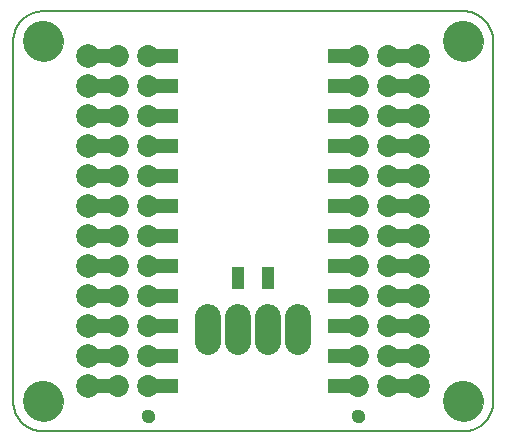
<source format=gbs>
G75*
%MOIN*%
%OFA0B0*%
%FSLAX25Y25*%
%IPPOS*%
%LPD*%
%AMOC8*
5,1,8,0,0,1.08239X$1,22.5*
%
%ADD10C,0.00800*%
%ADD11R,0.04400X0.07400*%
%ADD12C,0.08668*%
%ADD13C,0.07900*%
%ADD14C,0.00000*%
%ADD15C,0.13400*%
%ADD16C,0.04400*%
%ADD17C,0.07300*%
%ADD18R,0.08000X0.04700*%
D10*
X0010000Y0000000D02*
X0150000Y0000000D01*
X0150242Y0000003D01*
X0150483Y0000012D01*
X0150724Y0000026D01*
X0150965Y0000047D01*
X0151205Y0000073D01*
X0151445Y0000105D01*
X0151684Y0000143D01*
X0151921Y0000186D01*
X0152158Y0000236D01*
X0152393Y0000291D01*
X0152627Y0000351D01*
X0152859Y0000418D01*
X0153090Y0000489D01*
X0153319Y0000567D01*
X0153546Y0000650D01*
X0153771Y0000738D01*
X0153994Y0000832D01*
X0154214Y0000931D01*
X0154432Y0001036D01*
X0154647Y0001145D01*
X0154860Y0001260D01*
X0155070Y0001380D01*
X0155276Y0001505D01*
X0155480Y0001635D01*
X0155681Y0001770D01*
X0155878Y0001910D01*
X0156072Y0002054D01*
X0156262Y0002203D01*
X0156448Y0002357D01*
X0156631Y0002515D01*
X0156810Y0002677D01*
X0156985Y0002844D01*
X0157156Y0003015D01*
X0157323Y0003190D01*
X0157485Y0003369D01*
X0157643Y0003552D01*
X0157797Y0003738D01*
X0157946Y0003928D01*
X0158090Y0004122D01*
X0158230Y0004319D01*
X0158365Y0004520D01*
X0158495Y0004724D01*
X0158620Y0004930D01*
X0158740Y0005140D01*
X0158855Y0005353D01*
X0158964Y0005568D01*
X0159069Y0005786D01*
X0159168Y0006006D01*
X0159262Y0006229D01*
X0159350Y0006454D01*
X0159433Y0006681D01*
X0159511Y0006910D01*
X0159582Y0007141D01*
X0159649Y0007373D01*
X0159709Y0007607D01*
X0159764Y0007842D01*
X0159814Y0008079D01*
X0159857Y0008316D01*
X0159895Y0008555D01*
X0159927Y0008795D01*
X0159953Y0009035D01*
X0159974Y0009276D01*
X0159988Y0009517D01*
X0159997Y0009758D01*
X0160000Y0010000D01*
X0160000Y0130000D01*
X0159997Y0130242D01*
X0159988Y0130483D01*
X0159974Y0130724D01*
X0159953Y0130965D01*
X0159927Y0131205D01*
X0159895Y0131445D01*
X0159857Y0131684D01*
X0159814Y0131921D01*
X0159764Y0132158D01*
X0159709Y0132393D01*
X0159649Y0132627D01*
X0159582Y0132859D01*
X0159511Y0133090D01*
X0159433Y0133319D01*
X0159350Y0133546D01*
X0159262Y0133771D01*
X0159168Y0133994D01*
X0159069Y0134214D01*
X0158964Y0134432D01*
X0158855Y0134647D01*
X0158740Y0134860D01*
X0158620Y0135070D01*
X0158495Y0135276D01*
X0158365Y0135480D01*
X0158230Y0135681D01*
X0158090Y0135878D01*
X0157946Y0136072D01*
X0157797Y0136262D01*
X0157643Y0136448D01*
X0157485Y0136631D01*
X0157323Y0136810D01*
X0157156Y0136985D01*
X0156985Y0137156D01*
X0156810Y0137323D01*
X0156631Y0137485D01*
X0156448Y0137643D01*
X0156262Y0137797D01*
X0156072Y0137946D01*
X0155878Y0138090D01*
X0155681Y0138230D01*
X0155480Y0138365D01*
X0155276Y0138495D01*
X0155070Y0138620D01*
X0154860Y0138740D01*
X0154647Y0138855D01*
X0154432Y0138964D01*
X0154214Y0139069D01*
X0153994Y0139168D01*
X0153771Y0139262D01*
X0153546Y0139350D01*
X0153319Y0139433D01*
X0153090Y0139511D01*
X0152859Y0139582D01*
X0152627Y0139649D01*
X0152393Y0139709D01*
X0152158Y0139764D01*
X0151921Y0139814D01*
X0151684Y0139857D01*
X0151445Y0139895D01*
X0151205Y0139927D01*
X0150965Y0139953D01*
X0150724Y0139974D01*
X0150483Y0139988D01*
X0150242Y0139997D01*
X0150000Y0140000D01*
X0010000Y0140000D01*
X0009758Y0139997D01*
X0009517Y0139988D01*
X0009276Y0139974D01*
X0009035Y0139953D01*
X0008795Y0139927D01*
X0008555Y0139895D01*
X0008316Y0139857D01*
X0008079Y0139814D01*
X0007842Y0139764D01*
X0007607Y0139709D01*
X0007373Y0139649D01*
X0007141Y0139582D01*
X0006910Y0139511D01*
X0006681Y0139433D01*
X0006454Y0139350D01*
X0006229Y0139262D01*
X0006006Y0139168D01*
X0005786Y0139069D01*
X0005568Y0138964D01*
X0005353Y0138855D01*
X0005140Y0138740D01*
X0004930Y0138620D01*
X0004724Y0138495D01*
X0004520Y0138365D01*
X0004319Y0138230D01*
X0004122Y0138090D01*
X0003928Y0137946D01*
X0003738Y0137797D01*
X0003552Y0137643D01*
X0003369Y0137485D01*
X0003190Y0137323D01*
X0003015Y0137156D01*
X0002844Y0136985D01*
X0002677Y0136810D01*
X0002515Y0136631D01*
X0002357Y0136448D01*
X0002203Y0136262D01*
X0002054Y0136072D01*
X0001910Y0135878D01*
X0001770Y0135681D01*
X0001635Y0135480D01*
X0001505Y0135276D01*
X0001380Y0135070D01*
X0001260Y0134860D01*
X0001145Y0134647D01*
X0001036Y0134432D01*
X0000931Y0134214D01*
X0000832Y0133994D01*
X0000738Y0133771D01*
X0000650Y0133546D01*
X0000567Y0133319D01*
X0000489Y0133090D01*
X0000418Y0132859D01*
X0000351Y0132627D01*
X0000291Y0132393D01*
X0000236Y0132158D01*
X0000186Y0131921D01*
X0000143Y0131684D01*
X0000105Y0131445D01*
X0000073Y0131205D01*
X0000047Y0130965D01*
X0000026Y0130724D01*
X0000012Y0130483D01*
X0000003Y0130242D01*
X0000000Y0130000D01*
X0000000Y0010000D01*
X0000003Y0009758D01*
X0000012Y0009517D01*
X0000026Y0009276D01*
X0000047Y0009035D01*
X0000073Y0008795D01*
X0000105Y0008555D01*
X0000143Y0008316D01*
X0000186Y0008079D01*
X0000236Y0007842D01*
X0000291Y0007607D01*
X0000351Y0007373D01*
X0000418Y0007141D01*
X0000489Y0006910D01*
X0000567Y0006681D01*
X0000650Y0006454D01*
X0000738Y0006229D01*
X0000832Y0006006D01*
X0000931Y0005786D01*
X0001036Y0005568D01*
X0001145Y0005353D01*
X0001260Y0005140D01*
X0001380Y0004930D01*
X0001505Y0004724D01*
X0001635Y0004520D01*
X0001770Y0004319D01*
X0001910Y0004122D01*
X0002054Y0003928D01*
X0002203Y0003738D01*
X0002357Y0003552D01*
X0002515Y0003369D01*
X0002677Y0003190D01*
X0002844Y0003015D01*
X0003015Y0002844D01*
X0003190Y0002677D01*
X0003369Y0002515D01*
X0003552Y0002357D01*
X0003738Y0002203D01*
X0003928Y0002054D01*
X0004122Y0001910D01*
X0004319Y0001770D01*
X0004520Y0001635D01*
X0004724Y0001505D01*
X0004930Y0001380D01*
X0005140Y0001260D01*
X0005353Y0001145D01*
X0005568Y0001036D01*
X0005786Y0000931D01*
X0006006Y0000832D01*
X0006229Y0000738D01*
X0006454Y0000650D01*
X0006681Y0000567D01*
X0006910Y0000489D01*
X0007141Y0000418D01*
X0007373Y0000351D01*
X0007607Y0000291D01*
X0007842Y0000236D01*
X0008079Y0000186D01*
X0008316Y0000143D01*
X0008555Y0000105D01*
X0008795Y0000073D01*
X0009035Y0000047D01*
X0009276Y0000026D01*
X0009517Y0000012D01*
X0009758Y0000003D01*
X0010000Y0000000D01*
D11*
X0075000Y0051000D03*
X0085000Y0051000D03*
D12*
X0085000Y0038134D02*
X0085000Y0029866D01*
X0075000Y0029866D02*
X0075000Y0038134D01*
X0065000Y0038134D02*
X0065000Y0029866D01*
X0095000Y0029866D02*
X0095000Y0038134D01*
D13*
X0135000Y0035000D03*
X0135000Y0025000D03*
X0135000Y0015000D03*
X0135000Y0045000D03*
X0135000Y0055000D03*
X0135000Y0065000D03*
X0135000Y0075000D03*
X0135000Y0085000D03*
X0135000Y0095000D03*
X0135000Y0105000D03*
X0135000Y0115000D03*
X0135000Y0125000D03*
X0025000Y0125000D03*
X0025000Y0115000D03*
X0025000Y0105000D03*
X0025000Y0095000D03*
X0025000Y0085000D03*
X0025000Y0075000D03*
X0025000Y0065000D03*
X0025000Y0055000D03*
X0025000Y0045000D03*
X0025000Y0035000D03*
X0025000Y0025000D03*
X0025000Y0015000D03*
D14*
X0003500Y0010000D02*
X0003502Y0010161D01*
X0003508Y0010321D01*
X0003518Y0010482D01*
X0003532Y0010642D01*
X0003550Y0010802D01*
X0003571Y0010961D01*
X0003597Y0011120D01*
X0003627Y0011278D01*
X0003660Y0011435D01*
X0003698Y0011592D01*
X0003739Y0011747D01*
X0003784Y0011901D01*
X0003833Y0012054D01*
X0003886Y0012206D01*
X0003942Y0012357D01*
X0004003Y0012506D01*
X0004066Y0012654D01*
X0004134Y0012800D01*
X0004205Y0012944D01*
X0004279Y0013086D01*
X0004357Y0013227D01*
X0004439Y0013365D01*
X0004524Y0013502D01*
X0004612Y0013636D01*
X0004704Y0013768D01*
X0004799Y0013898D01*
X0004897Y0014026D01*
X0004998Y0014151D01*
X0005102Y0014273D01*
X0005209Y0014393D01*
X0005319Y0014510D01*
X0005432Y0014625D01*
X0005548Y0014736D01*
X0005667Y0014845D01*
X0005788Y0014950D01*
X0005912Y0015053D01*
X0006038Y0015153D01*
X0006166Y0015249D01*
X0006297Y0015342D01*
X0006431Y0015432D01*
X0006566Y0015519D01*
X0006704Y0015602D01*
X0006843Y0015682D01*
X0006985Y0015758D01*
X0007128Y0015831D01*
X0007273Y0015900D01*
X0007420Y0015966D01*
X0007568Y0016028D01*
X0007718Y0016086D01*
X0007869Y0016141D01*
X0008022Y0016192D01*
X0008176Y0016239D01*
X0008331Y0016282D01*
X0008487Y0016321D01*
X0008643Y0016357D01*
X0008801Y0016388D01*
X0008959Y0016416D01*
X0009118Y0016440D01*
X0009278Y0016460D01*
X0009438Y0016476D01*
X0009598Y0016488D01*
X0009759Y0016496D01*
X0009920Y0016500D01*
X0010080Y0016500D01*
X0010241Y0016496D01*
X0010402Y0016488D01*
X0010562Y0016476D01*
X0010722Y0016460D01*
X0010882Y0016440D01*
X0011041Y0016416D01*
X0011199Y0016388D01*
X0011357Y0016357D01*
X0011513Y0016321D01*
X0011669Y0016282D01*
X0011824Y0016239D01*
X0011978Y0016192D01*
X0012131Y0016141D01*
X0012282Y0016086D01*
X0012432Y0016028D01*
X0012580Y0015966D01*
X0012727Y0015900D01*
X0012872Y0015831D01*
X0013015Y0015758D01*
X0013157Y0015682D01*
X0013296Y0015602D01*
X0013434Y0015519D01*
X0013569Y0015432D01*
X0013703Y0015342D01*
X0013834Y0015249D01*
X0013962Y0015153D01*
X0014088Y0015053D01*
X0014212Y0014950D01*
X0014333Y0014845D01*
X0014452Y0014736D01*
X0014568Y0014625D01*
X0014681Y0014510D01*
X0014791Y0014393D01*
X0014898Y0014273D01*
X0015002Y0014151D01*
X0015103Y0014026D01*
X0015201Y0013898D01*
X0015296Y0013768D01*
X0015388Y0013636D01*
X0015476Y0013502D01*
X0015561Y0013365D01*
X0015643Y0013227D01*
X0015721Y0013086D01*
X0015795Y0012944D01*
X0015866Y0012800D01*
X0015934Y0012654D01*
X0015997Y0012506D01*
X0016058Y0012357D01*
X0016114Y0012206D01*
X0016167Y0012054D01*
X0016216Y0011901D01*
X0016261Y0011747D01*
X0016302Y0011592D01*
X0016340Y0011435D01*
X0016373Y0011278D01*
X0016403Y0011120D01*
X0016429Y0010961D01*
X0016450Y0010802D01*
X0016468Y0010642D01*
X0016482Y0010482D01*
X0016492Y0010321D01*
X0016498Y0010161D01*
X0016500Y0010000D01*
X0016498Y0009839D01*
X0016492Y0009679D01*
X0016482Y0009518D01*
X0016468Y0009358D01*
X0016450Y0009198D01*
X0016429Y0009039D01*
X0016403Y0008880D01*
X0016373Y0008722D01*
X0016340Y0008565D01*
X0016302Y0008408D01*
X0016261Y0008253D01*
X0016216Y0008099D01*
X0016167Y0007946D01*
X0016114Y0007794D01*
X0016058Y0007643D01*
X0015997Y0007494D01*
X0015934Y0007346D01*
X0015866Y0007200D01*
X0015795Y0007056D01*
X0015721Y0006914D01*
X0015643Y0006773D01*
X0015561Y0006635D01*
X0015476Y0006498D01*
X0015388Y0006364D01*
X0015296Y0006232D01*
X0015201Y0006102D01*
X0015103Y0005974D01*
X0015002Y0005849D01*
X0014898Y0005727D01*
X0014791Y0005607D01*
X0014681Y0005490D01*
X0014568Y0005375D01*
X0014452Y0005264D01*
X0014333Y0005155D01*
X0014212Y0005050D01*
X0014088Y0004947D01*
X0013962Y0004847D01*
X0013834Y0004751D01*
X0013703Y0004658D01*
X0013569Y0004568D01*
X0013434Y0004481D01*
X0013296Y0004398D01*
X0013157Y0004318D01*
X0013015Y0004242D01*
X0012872Y0004169D01*
X0012727Y0004100D01*
X0012580Y0004034D01*
X0012432Y0003972D01*
X0012282Y0003914D01*
X0012131Y0003859D01*
X0011978Y0003808D01*
X0011824Y0003761D01*
X0011669Y0003718D01*
X0011513Y0003679D01*
X0011357Y0003643D01*
X0011199Y0003612D01*
X0011041Y0003584D01*
X0010882Y0003560D01*
X0010722Y0003540D01*
X0010562Y0003524D01*
X0010402Y0003512D01*
X0010241Y0003504D01*
X0010080Y0003500D01*
X0009920Y0003500D01*
X0009759Y0003504D01*
X0009598Y0003512D01*
X0009438Y0003524D01*
X0009278Y0003540D01*
X0009118Y0003560D01*
X0008959Y0003584D01*
X0008801Y0003612D01*
X0008643Y0003643D01*
X0008487Y0003679D01*
X0008331Y0003718D01*
X0008176Y0003761D01*
X0008022Y0003808D01*
X0007869Y0003859D01*
X0007718Y0003914D01*
X0007568Y0003972D01*
X0007420Y0004034D01*
X0007273Y0004100D01*
X0007128Y0004169D01*
X0006985Y0004242D01*
X0006843Y0004318D01*
X0006704Y0004398D01*
X0006566Y0004481D01*
X0006431Y0004568D01*
X0006297Y0004658D01*
X0006166Y0004751D01*
X0006038Y0004847D01*
X0005912Y0004947D01*
X0005788Y0005050D01*
X0005667Y0005155D01*
X0005548Y0005264D01*
X0005432Y0005375D01*
X0005319Y0005490D01*
X0005209Y0005607D01*
X0005102Y0005727D01*
X0004998Y0005849D01*
X0004897Y0005974D01*
X0004799Y0006102D01*
X0004704Y0006232D01*
X0004612Y0006364D01*
X0004524Y0006498D01*
X0004439Y0006635D01*
X0004357Y0006773D01*
X0004279Y0006914D01*
X0004205Y0007056D01*
X0004134Y0007200D01*
X0004066Y0007346D01*
X0004003Y0007494D01*
X0003942Y0007643D01*
X0003886Y0007794D01*
X0003833Y0007946D01*
X0003784Y0008099D01*
X0003739Y0008253D01*
X0003698Y0008408D01*
X0003660Y0008565D01*
X0003627Y0008722D01*
X0003597Y0008880D01*
X0003571Y0009039D01*
X0003550Y0009198D01*
X0003532Y0009358D01*
X0003518Y0009518D01*
X0003508Y0009679D01*
X0003502Y0009839D01*
X0003500Y0010000D01*
X0043000Y0005000D02*
X0043002Y0005089D01*
X0043008Y0005178D01*
X0043018Y0005267D01*
X0043032Y0005355D01*
X0043049Y0005442D01*
X0043071Y0005528D01*
X0043097Y0005614D01*
X0043126Y0005698D01*
X0043159Y0005781D01*
X0043195Y0005862D01*
X0043236Y0005942D01*
X0043279Y0006019D01*
X0043326Y0006095D01*
X0043377Y0006168D01*
X0043430Y0006239D01*
X0043487Y0006308D01*
X0043547Y0006374D01*
X0043610Y0006438D01*
X0043675Y0006498D01*
X0043743Y0006556D01*
X0043814Y0006610D01*
X0043887Y0006661D01*
X0043962Y0006709D01*
X0044039Y0006754D01*
X0044118Y0006795D01*
X0044199Y0006832D01*
X0044281Y0006866D01*
X0044365Y0006897D01*
X0044450Y0006923D01*
X0044536Y0006946D01*
X0044623Y0006964D01*
X0044711Y0006979D01*
X0044800Y0006990D01*
X0044889Y0006997D01*
X0044978Y0007000D01*
X0045067Y0006999D01*
X0045156Y0006994D01*
X0045244Y0006985D01*
X0045333Y0006972D01*
X0045420Y0006955D01*
X0045507Y0006935D01*
X0045593Y0006910D01*
X0045677Y0006882D01*
X0045760Y0006850D01*
X0045842Y0006814D01*
X0045922Y0006775D01*
X0046000Y0006732D01*
X0046076Y0006686D01*
X0046150Y0006636D01*
X0046222Y0006583D01*
X0046291Y0006527D01*
X0046358Y0006468D01*
X0046422Y0006406D01*
X0046483Y0006342D01*
X0046542Y0006274D01*
X0046597Y0006204D01*
X0046649Y0006132D01*
X0046698Y0006057D01*
X0046743Y0005981D01*
X0046785Y0005902D01*
X0046823Y0005822D01*
X0046858Y0005740D01*
X0046889Y0005656D01*
X0046917Y0005571D01*
X0046940Y0005485D01*
X0046960Y0005398D01*
X0046976Y0005311D01*
X0046988Y0005222D01*
X0046996Y0005134D01*
X0047000Y0005045D01*
X0047000Y0004955D01*
X0046996Y0004866D01*
X0046988Y0004778D01*
X0046976Y0004689D01*
X0046960Y0004602D01*
X0046940Y0004515D01*
X0046917Y0004429D01*
X0046889Y0004344D01*
X0046858Y0004260D01*
X0046823Y0004178D01*
X0046785Y0004098D01*
X0046743Y0004019D01*
X0046698Y0003943D01*
X0046649Y0003868D01*
X0046597Y0003796D01*
X0046542Y0003726D01*
X0046483Y0003658D01*
X0046422Y0003594D01*
X0046358Y0003532D01*
X0046291Y0003473D01*
X0046222Y0003417D01*
X0046150Y0003364D01*
X0046076Y0003314D01*
X0046000Y0003268D01*
X0045922Y0003225D01*
X0045842Y0003186D01*
X0045760Y0003150D01*
X0045677Y0003118D01*
X0045593Y0003090D01*
X0045507Y0003065D01*
X0045420Y0003045D01*
X0045333Y0003028D01*
X0045244Y0003015D01*
X0045156Y0003006D01*
X0045067Y0003001D01*
X0044978Y0003000D01*
X0044889Y0003003D01*
X0044800Y0003010D01*
X0044711Y0003021D01*
X0044623Y0003036D01*
X0044536Y0003054D01*
X0044450Y0003077D01*
X0044365Y0003103D01*
X0044281Y0003134D01*
X0044199Y0003168D01*
X0044118Y0003205D01*
X0044039Y0003246D01*
X0043962Y0003291D01*
X0043887Y0003339D01*
X0043814Y0003390D01*
X0043743Y0003444D01*
X0043675Y0003502D01*
X0043610Y0003562D01*
X0043547Y0003626D01*
X0043487Y0003692D01*
X0043430Y0003761D01*
X0043377Y0003832D01*
X0043326Y0003905D01*
X0043279Y0003981D01*
X0043236Y0004058D01*
X0043195Y0004138D01*
X0043159Y0004219D01*
X0043126Y0004302D01*
X0043097Y0004386D01*
X0043071Y0004472D01*
X0043049Y0004558D01*
X0043032Y0004645D01*
X0043018Y0004733D01*
X0043008Y0004822D01*
X0043002Y0004911D01*
X0043000Y0005000D01*
X0113000Y0005000D02*
X0113002Y0005089D01*
X0113008Y0005178D01*
X0113018Y0005267D01*
X0113032Y0005355D01*
X0113049Y0005442D01*
X0113071Y0005528D01*
X0113097Y0005614D01*
X0113126Y0005698D01*
X0113159Y0005781D01*
X0113195Y0005862D01*
X0113236Y0005942D01*
X0113279Y0006019D01*
X0113326Y0006095D01*
X0113377Y0006168D01*
X0113430Y0006239D01*
X0113487Y0006308D01*
X0113547Y0006374D01*
X0113610Y0006438D01*
X0113675Y0006498D01*
X0113743Y0006556D01*
X0113814Y0006610D01*
X0113887Y0006661D01*
X0113962Y0006709D01*
X0114039Y0006754D01*
X0114118Y0006795D01*
X0114199Y0006832D01*
X0114281Y0006866D01*
X0114365Y0006897D01*
X0114450Y0006923D01*
X0114536Y0006946D01*
X0114623Y0006964D01*
X0114711Y0006979D01*
X0114800Y0006990D01*
X0114889Y0006997D01*
X0114978Y0007000D01*
X0115067Y0006999D01*
X0115156Y0006994D01*
X0115244Y0006985D01*
X0115333Y0006972D01*
X0115420Y0006955D01*
X0115507Y0006935D01*
X0115593Y0006910D01*
X0115677Y0006882D01*
X0115760Y0006850D01*
X0115842Y0006814D01*
X0115922Y0006775D01*
X0116000Y0006732D01*
X0116076Y0006686D01*
X0116150Y0006636D01*
X0116222Y0006583D01*
X0116291Y0006527D01*
X0116358Y0006468D01*
X0116422Y0006406D01*
X0116483Y0006342D01*
X0116542Y0006274D01*
X0116597Y0006204D01*
X0116649Y0006132D01*
X0116698Y0006057D01*
X0116743Y0005981D01*
X0116785Y0005902D01*
X0116823Y0005822D01*
X0116858Y0005740D01*
X0116889Y0005656D01*
X0116917Y0005571D01*
X0116940Y0005485D01*
X0116960Y0005398D01*
X0116976Y0005311D01*
X0116988Y0005222D01*
X0116996Y0005134D01*
X0117000Y0005045D01*
X0117000Y0004955D01*
X0116996Y0004866D01*
X0116988Y0004778D01*
X0116976Y0004689D01*
X0116960Y0004602D01*
X0116940Y0004515D01*
X0116917Y0004429D01*
X0116889Y0004344D01*
X0116858Y0004260D01*
X0116823Y0004178D01*
X0116785Y0004098D01*
X0116743Y0004019D01*
X0116698Y0003943D01*
X0116649Y0003868D01*
X0116597Y0003796D01*
X0116542Y0003726D01*
X0116483Y0003658D01*
X0116422Y0003594D01*
X0116358Y0003532D01*
X0116291Y0003473D01*
X0116222Y0003417D01*
X0116150Y0003364D01*
X0116076Y0003314D01*
X0116000Y0003268D01*
X0115922Y0003225D01*
X0115842Y0003186D01*
X0115760Y0003150D01*
X0115677Y0003118D01*
X0115593Y0003090D01*
X0115507Y0003065D01*
X0115420Y0003045D01*
X0115333Y0003028D01*
X0115244Y0003015D01*
X0115156Y0003006D01*
X0115067Y0003001D01*
X0114978Y0003000D01*
X0114889Y0003003D01*
X0114800Y0003010D01*
X0114711Y0003021D01*
X0114623Y0003036D01*
X0114536Y0003054D01*
X0114450Y0003077D01*
X0114365Y0003103D01*
X0114281Y0003134D01*
X0114199Y0003168D01*
X0114118Y0003205D01*
X0114039Y0003246D01*
X0113962Y0003291D01*
X0113887Y0003339D01*
X0113814Y0003390D01*
X0113743Y0003444D01*
X0113675Y0003502D01*
X0113610Y0003562D01*
X0113547Y0003626D01*
X0113487Y0003692D01*
X0113430Y0003761D01*
X0113377Y0003832D01*
X0113326Y0003905D01*
X0113279Y0003981D01*
X0113236Y0004058D01*
X0113195Y0004138D01*
X0113159Y0004219D01*
X0113126Y0004302D01*
X0113097Y0004386D01*
X0113071Y0004472D01*
X0113049Y0004558D01*
X0113032Y0004645D01*
X0113018Y0004733D01*
X0113008Y0004822D01*
X0113002Y0004911D01*
X0113000Y0005000D01*
X0143500Y0010000D02*
X0143502Y0010161D01*
X0143508Y0010321D01*
X0143518Y0010482D01*
X0143532Y0010642D01*
X0143550Y0010802D01*
X0143571Y0010961D01*
X0143597Y0011120D01*
X0143627Y0011278D01*
X0143660Y0011435D01*
X0143698Y0011592D01*
X0143739Y0011747D01*
X0143784Y0011901D01*
X0143833Y0012054D01*
X0143886Y0012206D01*
X0143942Y0012357D01*
X0144003Y0012506D01*
X0144066Y0012654D01*
X0144134Y0012800D01*
X0144205Y0012944D01*
X0144279Y0013086D01*
X0144357Y0013227D01*
X0144439Y0013365D01*
X0144524Y0013502D01*
X0144612Y0013636D01*
X0144704Y0013768D01*
X0144799Y0013898D01*
X0144897Y0014026D01*
X0144998Y0014151D01*
X0145102Y0014273D01*
X0145209Y0014393D01*
X0145319Y0014510D01*
X0145432Y0014625D01*
X0145548Y0014736D01*
X0145667Y0014845D01*
X0145788Y0014950D01*
X0145912Y0015053D01*
X0146038Y0015153D01*
X0146166Y0015249D01*
X0146297Y0015342D01*
X0146431Y0015432D01*
X0146566Y0015519D01*
X0146704Y0015602D01*
X0146843Y0015682D01*
X0146985Y0015758D01*
X0147128Y0015831D01*
X0147273Y0015900D01*
X0147420Y0015966D01*
X0147568Y0016028D01*
X0147718Y0016086D01*
X0147869Y0016141D01*
X0148022Y0016192D01*
X0148176Y0016239D01*
X0148331Y0016282D01*
X0148487Y0016321D01*
X0148643Y0016357D01*
X0148801Y0016388D01*
X0148959Y0016416D01*
X0149118Y0016440D01*
X0149278Y0016460D01*
X0149438Y0016476D01*
X0149598Y0016488D01*
X0149759Y0016496D01*
X0149920Y0016500D01*
X0150080Y0016500D01*
X0150241Y0016496D01*
X0150402Y0016488D01*
X0150562Y0016476D01*
X0150722Y0016460D01*
X0150882Y0016440D01*
X0151041Y0016416D01*
X0151199Y0016388D01*
X0151357Y0016357D01*
X0151513Y0016321D01*
X0151669Y0016282D01*
X0151824Y0016239D01*
X0151978Y0016192D01*
X0152131Y0016141D01*
X0152282Y0016086D01*
X0152432Y0016028D01*
X0152580Y0015966D01*
X0152727Y0015900D01*
X0152872Y0015831D01*
X0153015Y0015758D01*
X0153157Y0015682D01*
X0153296Y0015602D01*
X0153434Y0015519D01*
X0153569Y0015432D01*
X0153703Y0015342D01*
X0153834Y0015249D01*
X0153962Y0015153D01*
X0154088Y0015053D01*
X0154212Y0014950D01*
X0154333Y0014845D01*
X0154452Y0014736D01*
X0154568Y0014625D01*
X0154681Y0014510D01*
X0154791Y0014393D01*
X0154898Y0014273D01*
X0155002Y0014151D01*
X0155103Y0014026D01*
X0155201Y0013898D01*
X0155296Y0013768D01*
X0155388Y0013636D01*
X0155476Y0013502D01*
X0155561Y0013365D01*
X0155643Y0013227D01*
X0155721Y0013086D01*
X0155795Y0012944D01*
X0155866Y0012800D01*
X0155934Y0012654D01*
X0155997Y0012506D01*
X0156058Y0012357D01*
X0156114Y0012206D01*
X0156167Y0012054D01*
X0156216Y0011901D01*
X0156261Y0011747D01*
X0156302Y0011592D01*
X0156340Y0011435D01*
X0156373Y0011278D01*
X0156403Y0011120D01*
X0156429Y0010961D01*
X0156450Y0010802D01*
X0156468Y0010642D01*
X0156482Y0010482D01*
X0156492Y0010321D01*
X0156498Y0010161D01*
X0156500Y0010000D01*
X0156498Y0009839D01*
X0156492Y0009679D01*
X0156482Y0009518D01*
X0156468Y0009358D01*
X0156450Y0009198D01*
X0156429Y0009039D01*
X0156403Y0008880D01*
X0156373Y0008722D01*
X0156340Y0008565D01*
X0156302Y0008408D01*
X0156261Y0008253D01*
X0156216Y0008099D01*
X0156167Y0007946D01*
X0156114Y0007794D01*
X0156058Y0007643D01*
X0155997Y0007494D01*
X0155934Y0007346D01*
X0155866Y0007200D01*
X0155795Y0007056D01*
X0155721Y0006914D01*
X0155643Y0006773D01*
X0155561Y0006635D01*
X0155476Y0006498D01*
X0155388Y0006364D01*
X0155296Y0006232D01*
X0155201Y0006102D01*
X0155103Y0005974D01*
X0155002Y0005849D01*
X0154898Y0005727D01*
X0154791Y0005607D01*
X0154681Y0005490D01*
X0154568Y0005375D01*
X0154452Y0005264D01*
X0154333Y0005155D01*
X0154212Y0005050D01*
X0154088Y0004947D01*
X0153962Y0004847D01*
X0153834Y0004751D01*
X0153703Y0004658D01*
X0153569Y0004568D01*
X0153434Y0004481D01*
X0153296Y0004398D01*
X0153157Y0004318D01*
X0153015Y0004242D01*
X0152872Y0004169D01*
X0152727Y0004100D01*
X0152580Y0004034D01*
X0152432Y0003972D01*
X0152282Y0003914D01*
X0152131Y0003859D01*
X0151978Y0003808D01*
X0151824Y0003761D01*
X0151669Y0003718D01*
X0151513Y0003679D01*
X0151357Y0003643D01*
X0151199Y0003612D01*
X0151041Y0003584D01*
X0150882Y0003560D01*
X0150722Y0003540D01*
X0150562Y0003524D01*
X0150402Y0003512D01*
X0150241Y0003504D01*
X0150080Y0003500D01*
X0149920Y0003500D01*
X0149759Y0003504D01*
X0149598Y0003512D01*
X0149438Y0003524D01*
X0149278Y0003540D01*
X0149118Y0003560D01*
X0148959Y0003584D01*
X0148801Y0003612D01*
X0148643Y0003643D01*
X0148487Y0003679D01*
X0148331Y0003718D01*
X0148176Y0003761D01*
X0148022Y0003808D01*
X0147869Y0003859D01*
X0147718Y0003914D01*
X0147568Y0003972D01*
X0147420Y0004034D01*
X0147273Y0004100D01*
X0147128Y0004169D01*
X0146985Y0004242D01*
X0146843Y0004318D01*
X0146704Y0004398D01*
X0146566Y0004481D01*
X0146431Y0004568D01*
X0146297Y0004658D01*
X0146166Y0004751D01*
X0146038Y0004847D01*
X0145912Y0004947D01*
X0145788Y0005050D01*
X0145667Y0005155D01*
X0145548Y0005264D01*
X0145432Y0005375D01*
X0145319Y0005490D01*
X0145209Y0005607D01*
X0145102Y0005727D01*
X0144998Y0005849D01*
X0144897Y0005974D01*
X0144799Y0006102D01*
X0144704Y0006232D01*
X0144612Y0006364D01*
X0144524Y0006498D01*
X0144439Y0006635D01*
X0144357Y0006773D01*
X0144279Y0006914D01*
X0144205Y0007056D01*
X0144134Y0007200D01*
X0144066Y0007346D01*
X0144003Y0007494D01*
X0143942Y0007643D01*
X0143886Y0007794D01*
X0143833Y0007946D01*
X0143784Y0008099D01*
X0143739Y0008253D01*
X0143698Y0008408D01*
X0143660Y0008565D01*
X0143627Y0008722D01*
X0143597Y0008880D01*
X0143571Y0009039D01*
X0143550Y0009198D01*
X0143532Y0009358D01*
X0143518Y0009518D01*
X0143508Y0009679D01*
X0143502Y0009839D01*
X0143500Y0010000D01*
X0143500Y0130000D02*
X0143502Y0130161D01*
X0143508Y0130321D01*
X0143518Y0130482D01*
X0143532Y0130642D01*
X0143550Y0130802D01*
X0143571Y0130961D01*
X0143597Y0131120D01*
X0143627Y0131278D01*
X0143660Y0131435D01*
X0143698Y0131592D01*
X0143739Y0131747D01*
X0143784Y0131901D01*
X0143833Y0132054D01*
X0143886Y0132206D01*
X0143942Y0132357D01*
X0144003Y0132506D01*
X0144066Y0132654D01*
X0144134Y0132800D01*
X0144205Y0132944D01*
X0144279Y0133086D01*
X0144357Y0133227D01*
X0144439Y0133365D01*
X0144524Y0133502D01*
X0144612Y0133636D01*
X0144704Y0133768D01*
X0144799Y0133898D01*
X0144897Y0134026D01*
X0144998Y0134151D01*
X0145102Y0134273D01*
X0145209Y0134393D01*
X0145319Y0134510D01*
X0145432Y0134625D01*
X0145548Y0134736D01*
X0145667Y0134845D01*
X0145788Y0134950D01*
X0145912Y0135053D01*
X0146038Y0135153D01*
X0146166Y0135249D01*
X0146297Y0135342D01*
X0146431Y0135432D01*
X0146566Y0135519D01*
X0146704Y0135602D01*
X0146843Y0135682D01*
X0146985Y0135758D01*
X0147128Y0135831D01*
X0147273Y0135900D01*
X0147420Y0135966D01*
X0147568Y0136028D01*
X0147718Y0136086D01*
X0147869Y0136141D01*
X0148022Y0136192D01*
X0148176Y0136239D01*
X0148331Y0136282D01*
X0148487Y0136321D01*
X0148643Y0136357D01*
X0148801Y0136388D01*
X0148959Y0136416D01*
X0149118Y0136440D01*
X0149278Y0136460D01*
X0149438Y0136476D01*
X0149598Y0136488D01*
X0149759Y0136496D01*
X0149920Y0136500D01*
X0150080Y0136500D01*
X0150241Y0136496D01*
X0150402Y0136488D01*
X0150562Y0136476D01*
X0150722Y0136460D01*
X0150882Y0136440D01*
X0151041Y0136416D01*
X0151199Y0136388D01*
X0151357Y0136357D01*
X0151513Y0136321D01*
X0151669Y0136282D01*
X0151824Y0136239D01*
X0151978Y0136192D01*
X0152131Y0136141D01*
X0152282Y0136086D01*
X0152432Y0136028D01*
X0152580Y0135966D01*
X0152727Y0135900D01*
X0152872Y0135831D01*
X0153015Y0135758D01*
X0153157Y0135682D01*
X0153296Y0135602D01*
X0153434Y0135519D01*
X0153569Y0135432D01*
X0153703Y0135342D01*
X0153834Y0135249D01*
X0153962Y0135153D01*
X0154088Y0135053D01*
X0154212Y0134950D01*
X0154333Y0134845D01*
X0154452Y0134736D01*
X0154568Y0134625D01*
X0154681Y0134510D01*
X0154791Y0134393D01*
X0154898Y0134273D01*
X0155002Y0134151D01*
X0155103Y0134026D01*
X0155201Y0133898D01*
X0155296Y0133768D01*
X0155388Y0133636D01*
X0155476Y0133502D01*
X0155561Y0133365D01*
X0155643Y0133227D01*
X0155721Y0133086D01*
X0155795Y0132944D01*
X0155866Y0132800D01*
X0155934Y0132654D01*
X0155997Y0132506D01*
X0156058Y0132357D01*
X0156114Y0132206D01*
X0156167Y0132054D01*
X0156216Y0131901D01*
X0156261Y0131747D01*
X0156302Y0131592D01*
X0156340Y0131435D01*
X0156373Y0131278D01*
X0156403Y0131120D01*
X0156429Y0130961D01*
X0156450Y0130802D01*
X0156468Y0130642D01*
X0156482Y0130482D01*
X0156492Y0130321D01*
X0156498Y0130161D01*
X0156500Y0130000D01*
X0156498Y0129839D01*
X0156492Y0129679D01*
X0156482Y0129518D01*
X0156468Y0129358D01*
X0156450Y0129198D01*
X0156429Y0129039D01*
X0156403Y0128880D01*
X0156373Y0128722D01*
X0156340Y0128565D01*
X0156302Y0128408D01*
X0156261Y0128253D01*
X0156216Y0128099D01*
X0156167Y0127946D01*
X0156114Y0127794D01*
X0156058Y0127643D01*
X0155997Y0127494D01*
X0155934Y0127346D01*
X0155866Y0127200D01*
X0155795Y0127056D01*
X0155721Y0126914D01*
X0155643Y0126773D01*
X0155561Y0126635D01*
X0155476Y0126498D01*
X0155388Y0126364D01*
X0155296Y0126232D01*
X0155201Y0126102D01*
X0155103Y0125974D01*
X0155002Y0125849D01*
X0154898Y0125727D01*
X0154791Y0125607D01*
X0154681Y0125490D01*
X0154568Y0125375D01*
X0154452Y0125264D01*
X0154333Y0125155D01*
X0154212Y0125050D01*
X0154088Y0124947D01*
X0153962Y0124847D01*
X0153834Y0124751D01*
X0153703Y0124658D01*
X0153569Y0124568D01*
X0153434Y0124481D01*
X0153296Y0124398D01*
X0153157Y0124318D01*
X0153015Y0124242D01*
X0152872Y0124169D01*
X0152727Y0124100D01*
X0152580Y0124034D01*
X0152432Y0123972D01*
X0152282Y0123914D01*
X0152131Y0123859D01*
X0151978Y0123808D01*
X0151824Y0123761D01*
X0151669Y0123718D01*
X0151513Y0123679D01*
X0151357Y0123643D01*
X0151199Y0123612D01*
X0151041Y0123584D01*
X0150882Y0123560D01*
X0150722Y0123540D01*
X0150562Y0123524D01*
X0150402Y0123512D01*
X0150241Y0123504D01*
X0150080Y0123500D01*
X0149920Y0123500D01*
X0149759Y0123504D01*
X0149598Y0123512D01*
X0149438Y0123524D01*
X0149278Y0123540D01*
X0149118Y0123560D01*
X0148959Y0123584D01*
X0148801Y0123612D01*
X0148643Y0123643D01*
X0148487Y0123679D01*
X0148331Y0123718D01*
X0148176Y0123761D01*
X0148022Y0123808D01*
X0147869Y0123859D01*
X0147718Y0123914D01*
X0147568Y0123972D01*
X0147420Y0124034D01*
X0147273Y0124100D01*
X0147128Y0124169D01*
X0146985Y0124242D01*
X0146843Y0124318D01*
X0146704Y0124398D01*
X0146566Y0124481D01*
X0146431Y0124568D01*
X0146297Y0124658D01*
X0146166Y0124751D01*
X0146038Y0124847D01*
X0145912Y0124947D01*
X0145788Y0125050D01*
X0145667Y0125155D01*
X0145548Y0125264D01*
X0145432Y0125375D01*
X0145319Y0125490D01*
X0145209Y0125607D01*
X0145102Y0125727D01*
X0144998Y0125849D01*
X0144897Y0125974D01*
X0144799Y0126102D01*
X0144704Y0126232D01*
X0144612Y0126364D01*
X0144524Y0126498D01*
X0144439Y0126635D01*
X0144357Y0126773D01*
X0144279Y0126914D01*
X0144205Y0127056D01*
X0144134Y0127200D01*
X0144066Y0127346D01*
X0144003Y0127494D01*
X0143942Y0127643D01*
X0143886Y0127794D01*
X0143833Y0127946D01*
X0143784Y0128099D01*
X0143739Y0128253D01*
X0143698Y0128408D01*
X0143660Y0128565D01*
X0143627Y0128722D01*
X0143597Y0128880D01*
X0143571Y0129039D01*
X0143550Y0129198D01*
X0143532Y0129358D01*
X0143518Y0129518D01*
X0143508Y0129679D01*
X0143502Y0129839D01*
X0143500Y0130000D01*
X0003500Y0130000D02*
X0003502Y0130161D01*
X0003508Y0130321D01*
X0003518Y0130482D01*
X0003532Y0130642D01*
X0003550Y0130802D01*
X0003571Y0130961D01*
X0003597Y0131120D01*
X0003627Y0131278D01*
X0003660Y0131435D01*
X0003698Y0131592D01*
X0003739Y0131747D01*
X0003784Y0131901D01*
X0003833Y0132054D01*
X0003886Y0132206D01*
X0003942Y0132357D01*
X0004003Y0132506D01*
X0004066Y0132654D01*
X0004134Y0132800D01*
X0004205Y0132944D01*
X0004279Y0133086D01*
X0004357Y0133227D01*
X0004439Y0133365D01*
X0004524Y0133502D01*
X0004612Y0133636D01*
X0004704Y0133768D01*
X0004799Y0133898D01*
X0004897Y0134026D01*
X0004998Y0134151D01*
X0005102Y0134273D01*
X0005209Y0134393D01*
X0005319Y0134510D01*
X0005432Y0134625D01*
X0005548Y0134736D01*
X0005667Y0134845D01*
X0005788Y0134950D01*
X0005912Y0135053D01*
X0006038Y0135153D01*
X0006166Y0135249D01*
X0006297Y0135342D01*
X0006431Y0135432D01*
X0006566Y0135519D01*
X0006704Y0135602D01*
X0006843Y0135682D01*
X0006985Y0135758D01*
X0007128Y0135831D01*
X0007273Y0135900D01*
X0007420Y0135966D01*
X0007568Y0136028D01*
X0007718Y0136086D01*
X0007869Y0136141D01*
X0008022Y0136192D01*
X0008176Y0136239D01*
X0008331Y0136282D01*
X0008487Y0136321D01*
X0008643Y0136357D01*
X0008801Y0136388D01*
X0008959Y0136416D01*
X0009118Y0136440D01*
X0009278Y0136460D01*
X0009438Y0136476D01*
X0009598Y0136488D01*
X0009759Y0136496D01*
X0009920Y0136500D01*
X0010080Y0136500D01*
X0010241Y0136496D01*
X0010402Y0136488D01*
X0010562Y0136476D01*
X0010722Y0136460D01*
X0010882Y0136440D01*
X0011041Y0136416D01*
X0011199Y0136388D01*
X0011357Y0136357D01*
X0011513Y0136321D01*
X0011669Y0136282D01*
X0011824Y0136239D01*
X0011978Y0136192D01*
X0012131Y0136141D01*
X0012282Y0136086D01*
X0012432Y0136028D01*
X0012580Y0135966D01*
X0012727Y0135900D01*
X0012872Y0135831D01*
X0013015Y0135758D01*
X0013157Y0135682D01*
X0013296Y0135602D01*
X0013434Y0135519D01*
X0013569Y0135432D01*
X0013703Y0135342D01*
X0013834Y0135249D01*
X0013962Y0135153D01*
X0014088Y0135053D01*
X0014212Y0134950D01*
X0014333Y0134845D01*
X0014452Y0134736D01*
X0014568Y0134625D01*
X0014681Y0134510D01*
X0014791Y0134393D01*
X0014898Y0134273D01*
X0015002Y0134151D01*
X0015103Y0134026D01*
X0015201Y0133898D01*
X0015296Y0133768D01*
X0015388Y0133636D01*
X0015476Y0133502D01*
X0015561Y0133365D01*
X0015643Y0133227D01*
X0015721Y0133086D01*
X0015795Y0132944D01*
X0015866Y0132800D01*
X0015934Y0132654D01*
X0015997Y0132506D01*
X0016058Y0132357D01*
X0016114Y0132206D01*
X0016167Y0132054D01*
X0016216Y0131901D01*
X0016261Y0131747D01*
X0016302Y0131592D01*
X0016340Y0131435D01*
X0016373Y0131278D01*
X0016403Y0131120D01*
X0016429Y0130961D01*
X0016450Y0130802D01*
X0016468Y0130642D01*
X0016482Y0130482D01*
X0016492Y0130321D01*
X0016498Y0130161D01*
X0016500Y0130000D01*
X0016498Y0129839D01*
X0016492Y0129679D01*
X0016482Y0129518D01*
X0016468Y0129358D01*
X0016450Y0129198D01*
X0016429Y0129039D01*
X0016403Y0128880D01*
X0016373Y0128722D01*
X0016340Y0128565D01*
X0016302Y0128408D01*
X0016261Y0128253D01*
X0016216Y0128099D01*
X0016167Y0127946D01*
X0016114Y0127794D01*
X0016058Y0127643D01*
X0015997Y0127494D01*
X0015934Y0127346D01*
X0015866Y0127200D01*
X0015795Y0127056D01*
X0015721Y0126914D01*
X0015643Y0126773D01*
X0015561Y0126635D01*
X0015476Y0126498D01*
X0015388Y0126364D01*
X0015296Y0126232D01*
X0015201Y0126102D01*
X0015103Y0125974D01*
X0015002Y0125849D01*
X0014898Y0125727D01*
X0014791Y0125607D01*
X0014681Y0125490D01*
X0014568Y0125375D01*
X0014452Y0125264D01*
X0014333Y0125155D01*
X0014212Y0125050D01*
X0014088Y0124947D01*
X0013962Y0124847D01*
X0013834Y0124751D01*
X0013703Y0124658D01*
X0013569Y0124568D01*
X0013434Y0124481D01*
X0013296Y0124398D01*
X0013157Y0124318D01*
X0013015Y0124242D01*
X0012872Y0124169D01*
X0012727Y0124100D01*
X0012580Y0124034D01*
X0012432Y0123972D01*
X0012282Y0123914D01*
X0012131Y0123859D01*
X0011978Y0123808D01*
X0011824Y0123761D01*
X0011669Y0123718D01*
X0011513Y0123679D01*
X0011357Y0123643D01*
X0011199Y0123612D01*
X0011041Y0123584D01*
X0010882Y0123560D01*
X0010722Y0123540D01*
X0010562Y0123524D01*
X0010402Y0123512D01*
X0010241Y0123504D01*
X0010080Y0123500D01*
X0009920Y0123500D01*
X0009759Y0123504D01*
X0009598Y0123512D01*
X0009438Y0123524D01*
X0009278Y0123540D01*
X0009118Y0123560D01*
X0008959Y0123584D01*
X0008801Y0123612D01*
X0008643Y0123643D01*
X0008487Y0123679D01*
X0008331Y0123718D01*
X0008176Y0123761D01*
X0008022Y0123808D01*
X0007869Y0123859D01*
X0007718Y0123914D01*
X0007568Y0123972D01*
X0007420Y0124034D01*
X0007273Y0124100D01*
X0007128Y0124169D01*
X0006985Y0124242D01*
X0006843Y0124318D01*
X0006704Y0124398D01*
X0006566Y0124481D01*
X0006431Y0124568D01*
X0006297Y0124658D01*
X0006166Y0124751D01*
X0006038Y0124847D01*
X0005912Y0124947D01*
X0005788Y0125050D01*
X0005667Y0125155D01*
X0005548Y0125264D01*
X0005432Y0125375D01*
X0005319Y0125490D01*
X0005209Y0125607D01*
X0005102Y0125727D01*
X0004998Y0125849D01*
X0004897Y0125974D01*
X0004799Y0126102D01*
X0004704Y0126232D01*
X0004612Y0126364D01*
X0004524Y0126498D01*
X0004439Y0126635D01*
X0004357Y0126773D01*
X0004279Y0126914D01*
X0004205Y0127056D01*
X0004134Y0127200D01*
X0004066Y0127346D01*
X0004003Y0127494D01*
X0003942Y0127643D01*
X0003886Y0127794D01*
X0003833Y0127946D01*
X0003784Y0128099D01*
X0003739Y0128253D01*
X0003698Y0128408D01*
X0003660Y0128565D01*
X0003627Y0128722D01*
X0003597Y0128880D01*
X0003571Y0129039D01*
X0003550Y0129198D01*
X0003532Y0129358D01*
X0003518Y0129518D01*
X0003508Y0129679D01*
X0003502Y0129839D01*
X0003500Y0130000D01*
D15*
X0010000Y0130000D03*
X0150000Y0130000D03*
X0150000Y0010000D03*
X0010000Y0010000D03*
D16*
X0045000Y0005000D03*
X0115000Y0005000D03*
D17*
X0115000Y0015000D03*
X0125000Y0015000D03*
X0125000Y0025000D03*
X0115000Y0025000D03*
X0115000Y0035000D03*
X0125000Y0035000D03*
X0125000Y0045000D03*
X0115000Y0045000D03*
X0115000Y0055000D03*
X0125000Y0055000D03*
X0125000Y0065000D03*
X0125000Y0075000D03*
X0115000Y0075000D03*
X0115000Y0065000D03*
X0115000Y0085000D03*
X0125000Y0085000D03*
X0125000Y0095000D03*
X0115000Y0095000D03*
X0115000Y0105000D03*
X0125000Y0105000D03*
X0125000Y0115000D03*
X0115000Y0115000D03*
X0115000Y0125000D03*
X0125000Y0125000D03*
X0045000Y0125000D03*
X0035000Y0125000D03*
X0035000Y0115000D03*
X0045000Y0115000D03*
X0045000Y0105000D03*
X0035000Y0105000D03*
X0035000Y0095000D03*
X0045000Y0095000D03*
X0045000Y0085000D03*
X0035000Y0085000D03*
X0035000Y0075000D03*
X0035000Y0065000D03*
X0045000Y0065000D03*
X0045000Y0075000D03*
X0045000Y0055000D03*
X0035000Y0055000D03*
X0035000Y0045000D03*
X0045000Y0045000D03*
X0045000Y0035000D03*
X0035000Y0035000D03*
X0035000Y0025000D03*
X0045000Y0025000D03*
X0045000Y0015000D03*
X0035000Y0015000D03*
D18*
X0029000Y0015000D03*
X0029000Y0025000D03*
X0029000Y0035000D03*
X0029000Y0045000D03*
X0029000Y0055000D03*
X0029000Y0065000D03*
X0029000Y0075000D03*
X0029000Y0085000D03*
X0029000Y0095000D03*
X0029000Y0105000D03*
X0029000Y0115000D03*
X0029000Y0125000D03*
X0051000Y0125000D03*
X0051000Y0115000D03*
X0051000Y0105000D03*
X0051000Y0095000D03*
X0051000Y0085000D03*
X0051000Y0075000D03*
X0051000Y0065000D03*
X0051000Y0055000D03*
X0051000Y0045000D03*
X0051000Y0035000D03*
X0051000Y0025000D03*
X0051000Y0015000D03*
X0109000Y0015000D03*
X0109000Y0025000D03*
X0109000Y0035000D03*
X0109000Y0045000D03*
X0109000Y0055000D03*
X0109000Y0065000D03*
X0109000Y0075000D03*
X0109000Y0085000D03*
X0109000Y0095000D03*
X0109000Y0105000D03*
X0109000Y0115000D03*
X0109000Y0125000D03*
X0131000Y0125000D03*
X0131000Y0115000D03*
X0131000Y0105000D03*
X0131000Y0095000D03*
X0131000Y0085000D03*
X0131000Y0075000D03*
X0131000Y0065000D03*
X0131000Y0055000D03*
X0131000Y0045000D03*
X0131000Y0035000D03*
X0131000Y0025000D03*
X0131000Y0015000D03*
M02*

</source>
